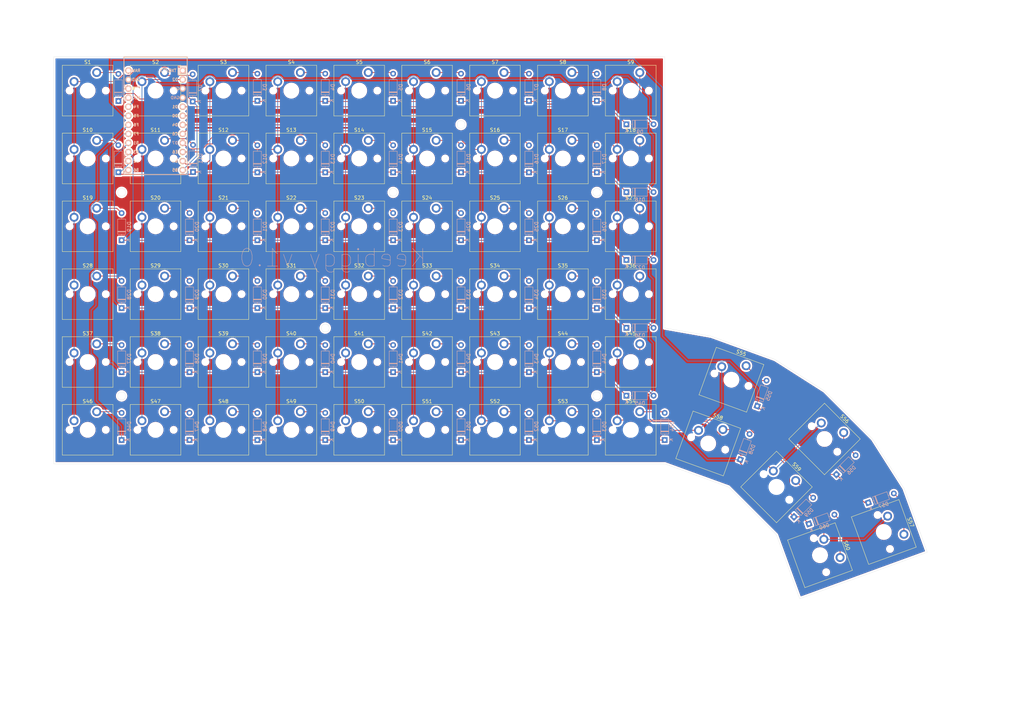
<source format=kicad_pcb>
(kicad_pcb (version 20240108) (generator "pcbnew") (generator_version "8.0")
  (layers (0 "F.Cu" signal) (31 "B.Cu" signal) (34 "B.Paste" user) (35 "F.Paste" user) (36 "B.SilkS" user "B.Silkscreen") (37 "F.SilkS" user "F.Silkscreen") (38 "B.Mask" user) (39 "F.Mask" user) (44 "Edge.Cuts" user))
  (net 0 "")
  (net 1 "/Row1")
  (net 2 "Net-(D1-A)")
  (net 3 "Net-(D2-A)")
  (net 4 "Net-(D3-A)")
  (net 5 "Net-(D4-A)")
  (net 6 "Net-(D5-A)")
  (net 7 "Net-(D6-A)")
  (net 8 "Net-(D7-A)")
  (net 9 "Net-(D8-A)")
  (net 10 "Net-(D9-A)")
  (net 11 "/Row2")
  (net 12 "Net-(D10-A)")
  (net 13 "Net-(D11-A)")
  (net 14 "Net-(D12-A)")
  (net 15 "Net-(D13-A)")
  (net 16 "Net-(D14-A)")
  (net 17 "Net-(D15-A)")
  (net 18 "Net-(D16-A)")
  (net 19 "Net-(D17-A)")
  (net 20 "Net-(D18-A)")
  (net 21 "Net-(D19-A)")
  (net 22 "/Row3")
  (net 23 "Net-(D20-A)")
  (net 24 "Net-(D21-A)")
  (net 25 "Net-(D22-A)")
  (net 26 "Net-(D23-A)")
  (net 27 "Net-(D24-A)")
  (net 28 "Net-(D25-A)")
  (net 29 "Net-(D26-A)")
  (net 30 "Net-(D27-A)")
  (net 31 "Net-(D28-A)")
  (net 32 "/Row4")
  (net 33 "Net-(D29-A)")
  (net 34 "Net-(D30-A)")
  (net 35 "Net-(D31-A)")
  (net 36 "Net-(D32-A)")
  (net 37 "Net-(D33-A)")
  (net 38 "Net-(D34-A)")
  (net 39 "Net-(D35-A)")
  (net 40 "Net-(D36-A)")
  (net 41 "/Row5")
  (net 42 "Net-(D37-A)")
  (net 43 "Net-(D38-A)")
  (net 44 "Net-(D39-A)")
  (net 45 "Net-(D40-A)")
  (net 46 "Net-(D41-A)")
  (net 47 "Net-(D42-A)")
  (net 48 "Net-(D43-A)")
  (net 49 "Net-(D44-A)")
  (net 50 "Net-(D45-A)")
  (net 51 "/Row6")
  (net 52 "Net-(D46-A)")
  (net 53 "Net-(D47-A)")
  (net 54 "Net-(D48-A)")
  (net 55 "Net-(D49-A)")
  (net 56 "Net-(D50-A)")
  (net 57 "Net-(D51-A)")
  (net 58 "Net-(D52-A)")
  (net 59 "Net-(D53-A)")
  (net 60 "Net-(D54-A)")
  (net 61 "/Row7")
  (net 62 "Net-(D55-A)")
  (net 63 "Net-(D56-A)")
  (net 64 "Net-(D57-A)")
  (net 65 "Net-(D58-A)")
  (net 66 "/Row8")
  (net 67 "Net-(D59-A)")
  (net 68 "Net-(D60-A)")
  (net 69 "/Col1")
  (net 70 "/Col2")
  (net 71 "/Col3")
  (net 72 "/Col4")
  (net 73 "/Col5")
  (net 74 "/Col6")
  (net 75 "/Col7")
  (net 76 "/Col8")
  (net 77 "/Col9")
  (net 79 "/GND")
  (footprint "ScottoKeebs_MX:MX_PCB_1.00u" (layer "F.Cu") (at 142.875 47.625)
    (property "Reference" "S16")
    (property "Value" "Keyswitch")
  )
  (footprint "ScottoKeebs_MX:MX_PCB_1.00u" (layer "F.Cu") (at 85.725 85.725)
    (property "Reference" "S31")
    (property "Value" "Keyswitch")
  )
  (footprint "ScottoKeebs_MX:MX_PCB_1.00u" (layer "F.Cu") (at 104.775 123.825)
    (property "Reference" "S50")
    (property "Value" "Keyswitch")
  )
  (footprint "ScottoKeebs_MX:MX_PCB_1.00u" (layer "F.Cu") (at 104.775 85.725)
    (property "Reference" "S32")
    (property "Value" "Keyswitch")
  )
  (footprint "ScottoKeebs_MX:MX_PCB_1.00u" (layer "F.Cu") (at 47.625 123.825)
    (property "Reference" "S47")
    (property "Value" "Keyswitch")
  )
  (footprint "ScottoKeebs_MX:MX_PCB_1.00u" (layer "F.Cu") (at 251.980988 152.513214 -70)
    (property "Reference" "S57")
    (property "Value" "Keyswitch")
  )
  (footprint "ScottoKeebs_MX:MX_PCB_1.00u" (layer "F.Cu") (at 180.975 104.775)
    (property "Reference" "S45")
    (property "Value" "Keyswitch")
  )
  (footprint "ScottoKeebs_MX:MX_PCB_1.00u" (layer "F.Cu") (at 142.875 28.575)
    (property "Reference" "S7")
    (property "Value" "Keyswitch")
  )
  (footprint "ScottoKeebs_MX:MX_PCB_1.00u" (layer "F.Cu") (at 66.675 104.775)
    (property "Reference" "S39")
    (property "Value" "Keyswitch")
  )
  (footprint "ScottoKeebs_MX:MX_PCB_1.00u" (layer "F.Cu") (at 66.675 66.675)
    (property "Reference" "S21")
    (property "Value" "Keyswitch")
  )
  (footprint "ScottoKeebs_MX:MX_PCB_1.00u" (layer "F.Cu") (at 161.925 47.625)
    (property "Reference" "S17")
    (property "Value" "Keyswitch")
  )
  (footprint "ScottoKeebs_MX:MX_PCB_1.00u" (layer "F.Cu") (at 209.223797 109.756025 -20)
    (property "Reference" "S55")
    (property "Value" "Keyswitch")
  )
  (footprint "ScottoKeebs_MX:MX_PCB_1.00u" (layer "F.Cu") (at 66.675 28.575)
    (property "Reference" "S3")
    (property "Value" "Keyswitch")
  )
  (footprint "ScottoKeebs_MX:MX_PCB_1.00u" (layer "F.Cu") (at 161.925 123.825)
    (property "Reference" "S53")
    (property "Value" "Keyswitch")
  )
  (footprint "ScottoKeebs_MX:MX_PCB_1.00u" (layer "F.Cu") (at 28.575 28.575)
    (property "Reference" "S1")
    (property "Value" "Keyswitch")
  )
  (footprint "ScottoKeebs_MX:MX_PCB_1.00u" (layer "F.Cu") (at 234.079844 159.028698 -70)
    (property "Reference" "S60")
    (property "Value" "Keyswitch")
  )
  (footprint "ScottoKeebs_MX:MX_PCB_1.00u" (layer "F.Cu") (at 123.825 85.725)
    (property "Reference" "S33")
    (property "Value" "Keyswitch")
  )
  (footprint "ScottoKeebs_MX:MX_PCB_1.00u" (layer "F.Cu") (at 66.675 123.825)
    (property "Reference" "S48")
    (property "Value" "Keyswitch")
  )
  (footprint "ScottoKeebs_MX:MX_PCB_1.00u" (layer "F.Cu") (at 161.925 85.725)
    (property "Reference" "S35")
    (property "Value" "Keyswitch")
  )
  (footprint "ScottoKeebs_MX:MX_PCB_1.00u" (layer "F.Cu") (at 235.341913 126.395099 -45)
    (property "Reference" "S56")
    (property "Value" "Keyswitch")
  )
  (footprint "ScottoKeebs_MX:MX_PCB_1.00u" (layer "F.Cu") (at 104.775 28.575)
    (property "Reference" "S5")
    (property "Value" "Keyswitch")
  )
  (footprint "ScottoKeebs_MX:MX_PCB_1.00u" (layer "F.Cu") (at 123.825 28.575)
    (property "Reference" "S6")
    (property "Value" "Keyswitch")
  )
  (footprint "ScottoKeebs_MX:MX_PCB_1.00u" (layer "F.Cu") (at 180.975 28.575)
    (property "Reference" "S9")
    (property "Value" "Keyswitch")
  )
  (footprint "ScottoKeebs_MX:MX_PCB_1.00u" (layer "F.Cu") (at 85.725 104.775)
    (property "Reference" "S40")
    (property "Value" "Keyswitch")
  )
  (footprint "ScottoKeebs_MX:MX_PCB_1.00u" (layer "F.Cu") (at 28.575 47.625)
    (property "Reference" "S10")
    (property "Value" "Keyswitch")
  )
  (footprint "ScottoKeebs_MX:MX_PCB_1.00u" (layer "F.Cu") (at 142.875 123.825)
    (property "Reference" "S52")
    (property "Value" "Keyswitch")
  )
  (footprint "ScottoKeebs_MX:MX_PCB_1.00u" (layer "F.Cu") (at 85.725 66.675)
    (property "Reference" "S22")
    (property "Value" "Keyswitch")
  )
  (footprint "ScottoKeebs_MX:MX_PCB_1.00u" (layer "F.Cu") (at 66.675 85.725)
    (property "Reference" "S30")
    (property "Value" "Keyswitch")
  )
  (footprint "ScottoKeebs_MX:MX_PCB_1.00u" (layer "F.Cu") (at 47.625 85.725)
    (property "Reference" "S29")
    (property "Value" "Keyswitch")
  )
  (footprint "ScottoKeebs_MX:MX_PCB_1.00u" (layer "F.Cu") (at 47.625 28.575)
    (property "Reference" "S2")
    (property "Value" "Keyswitch")
  )
  (footprint "ScottoKeebs_MX:MX_PCB_1.00u" (layer "F.Cu") (at 104.775 66.675)
    (property "Reference" "S23")
    (property "Value" "Keyswitch")
  )
  (footprint "ScottoKeebs_MX:MX_PCB_1.00u" (layer "F.Cu") (at 28.575 85.725)
    (property "Reference" "S28")
    (property "Value" "Keyswitch")
  )
  (footprint "ScottoKeebs_MX:MX_PCB_1.00u" (layer "F.Cu") (at 123.825 123.825)
    (property "Reference" "S51")
    (property "Value" "Keyswitch")
  )
  (footprint "ScottoKeebs_MX:MX_PCB_1.00u" (layer "F.Cu") (at 142.875 85.725)
    (property "Reference" "S34")
    (property "Value" "Keyswitch")
  )
  (footprint "ScottoKeebs_MX:MX_PCB_1.00u" (layer "F.Cu") (at 180.975 85.725)
    (property "Reference" "S36")
    (property "Value" "Keyswitch")
  )
  (footprint "ScottoKeebs_MX:MX_PCB_1.00u" (layer "F.Cu") (at 161.925 104.775)
    (property "Reference" "S44")
    (property "Value" "Keyswitch")
  )
  (footprint "ScottoKeebs_MX:MX_PCB_1.00u" (layer "F.Cu") (at 28.575 104.775)
    (property "Reference" "S37")
    (property "Value" "Keyswitch")
  )
  (footprint "ScottoKeebs_MX:MX_PCB_1.00u" (layer "F.Cu") (at 104.775 104.775)
    (property "Reference" "S41")
    (property "Value" "Keyswitch")
  )
  (footprint "ScottoKeebs_MX:MX_PCB_1.00u" (layer "F.Cu") (at 123.825 47.625)
    (property "Reference" "S15")
    (property "Value" "Keyswitch")
  )
  (footprint "ScottoKeebs_MX:MX_PCB_1.00u" (layer "F.Cu") (at 142.875 66.675)
    (property "Reference" "S25")
    (property "Value" "Keyswitch")
  )
  (footprint "ScottoKeebs_MX:MX_PCB_1.00u" (layer "F.Cu") (at 161.925 28.575)
    (property "Reference" "S8")
    (property "Value" "Keyswitch")
  )
  (footprint "ScottoKeebs_MX:MX_PCB_1.00u" (layer "F.Cu") (at 66.675 47.625)
    (property "Reference" "S12")
    (property "Value" "Keyswitch")
  )
  (footprint "ScottoKeebs_MX:MX_PCB_1.00u" (layer "F.Cu") (at 28.575 66.675)
    (property "Reference" "S19")
    (property "Value" "Keyswitch")
  )
  (footprint "ScottoKeebs_MX:MX_PCB_1.00u" (layer "F.Cu") (at 85.725 47.625)
    (property "Reference" "S13")
    (property "Value" "Keyswitch")
  )
  (footprint "ScottoKeebs_MX:MX_PCB_1.00u" (layer "F.Cu") (at 180.975 66.675)
    (property "Reference" "S27")
    (property "Value" "Keyswitch")
  )
  (footprint "ScottoKeebs_MX:MX_PCB_1.00u" (layer "F.Cu") (at 142.875 104.775)
    (property "Reference" "S43")
    (property "Value" "Keyswitch")
  )
  (footprint "ScottoKeebs_MX:MX_PCB_1.00u" (layer "F.Cu") (at 123.825 104.775)
    (property "Reference" "S42")
    (property "Value" "Keyswitch")
  )
  (footprint "ScottoKeebs_MX:MX_PCB_1.00u" (layer "F.Cu") (at 47.625 104.775)
    (property "Reference" "S38")
    (property "Value" "Keyswitch")
  )
  (footprint "ScottoKeebs_MX:MX_PCB_1.00u" (layer "F.Cu") (at 47.625 47.625)
    (property "Reference" "S11")
    (property "Value" "Keyswitch")
  )
  (footprint "ScottoKeebs_MX:MX_PCB_1.00u" (layer "F.Cu") (at 221.871529 139.865483 -45)
    (property "Reference" "S59")
    (property "Value" "Keyswitch")
  )
  (footprint "ScottoKeebs_MX:MX_PCB_1.00u" (layer "F.Cu") (at 47.625 66.675)
    (property "Reference" "S20")
    (property "Value" "Keyswitch")
  )
  (footprint "ScottoKeebs_MX:MX_PCB_1.00u" (layer "F.Cu") (at 123.825 66.675)
    (property "Reference" "S24")
    (property "Value" "Keyswitch")
  )
  (footprint "ScottoKeebs_MX:MX_PCB_1.00u" (layer "F.Cu") (at 85.725 123.825)
    (property "Reference" "S49")
    (property "Value" "Keyswitch")
  )
  (footprint "ScottoKeebs_MX:MX_PCB_1.00u" (layer "F.Cu") (at 85.725 28.575)
    (property "Reference" "S4")
    (property "Value" "Keyswitch")
  )
  (footprint "ScottoKeebs_MX:MX_PCB_1.00u" (layer "F.Cu") (at 180.975 123.825)
    (property "Reference" "S54")
    (property "Value" "Keyswitch")
  )
  (footprint "ScottoKeebs_MX:MX_PCB_1.00u" (layer "F.Cu") (at 104.775 47.625)
    (property "Reference" "S14")
    (property "Value" "Keyswitch")
  )
  (footprint "ScottoKeebs_MX:MX_PCB_1.00u" (layer "F.Cu") (at 180.975 47.625)
    (property "Reference" "S18")
    (property "Value" "Keyswitch")
  )
  (footprint "ScottoKeebs_MX:MX_PCB_1.00u" (layer "F.Cu") (at 28.575 123.825)
    (property "Reference" "S46")
    (property "Value" "Keyswitch")
  )
  (footprint "ScottoKeebs_MX:MX_PCB_1.00u" (layer "F.Cu") (at 161.925 66.675)
    (property "Reference" "S26")
    (property "Value" "Keyswitch")
  )
  (footprint "ScottoKeebs_MX:MX_PCB_1.00u" (layer "F.Cu") (at 202.708314 127.657169 -20)
    (property "Reference" "S58")
    (property "Value" "Keyswitch")
  )
  (footprint "ScottoKeebs_Components:Diode_DO-35" (layer "B.Cu") (at 57.15 107.6325 90)
    (property "Reference" "D38")
    (property "Value" "Diode")
  )
  (footprint "ScottoKeebs_Components:Diode_DO-35" (layer "B.Cu") (at 57.15 89.6325 90)
    (property "Reference" "D29")
    (property "Value" "Diode")
  )
  (footprint "ScottoKeebs_Components:Diode_DO-35" (layer "B.Cu") (at 226.783721 148.263154 45)
    (property "Reference" "D59")
    (property "Value" "Diode")
  )
  (footprint "ScottoKeebs_Components:Diode_DO-35" (layer "B.Cu") (at 179.755 76.125)
    (property "Reference" "D27")
    (property "Value" "Diode")
  )
  (footprint "ScottoKeebs_Components:Diode_DO-35" (layer "B.Cu") (at 171.45 31.4325 90)
    (property "Reference" "D8")
    (property "Value" "Diode")
  )
  (footprint "ScottoKeebs_Components:Diode_DO-35" (layer "B.Cu") (at 133.35 126.6825 90)
    (property "Reference" "D51")
    (property "Value" "Diode")
  )
  (footprint "ScottoKeebs_Components:Diode_DO-35" (layer "B.Cu") (at 37.2 31.495 90)
    (property "Reference" "D1")
    (property "Value" "Diode")
  )
  (footprint "ScottoKeebs_Components:Diode_DO-35" (layer "B.Cu") (at 76.2 70.5825 90)
    (property "Reference" "D21")
    (property "Value" "Diode")
  )
  (footprint "ScottoKeebs_Components:Diode_DO-35" (layer "B.Cu") (at 133.35 89.6325 90)
    (property "Reference" "D33")
    (property "Value" "Diode")
  )
  (footprint "ScottoKeebs_Components:Diode_DO-35" (layer "B.Cu") (at 152.4 31.4325 90)
    (property "Reference" "D7")
    (property "Value" "Diode")
  )
  (footprint "ScottoKeebs_Components:Diode_DO-35" (layer "B.Cu") (at 211.706307 132.176083 70)
    (property "Reference" "D58")
    (property "Value" "Diode")
  )
  (footprint "ScottoKeebs_Components:Diode_DO-35" (layer "B.Cu") (at 247.633292 144.290568 20)
    (property "Reference" "D57")
    (property "Value" "Diode")
  )
  (footprint "ScottoKeebs_Components:Diode_DO-35" (layer "B.Cu") (at 114.3 89.6325 90)
    (property "Reference" "D32")
    (property "Value" "Diode")
  )
  (footprint "ScottoKeebs_Components:Diode_DO-35" (layer "B.Cu") (at 152.4 89.6325 90)
    (property "Reference" "D34")
    (property "Value" "Diode")
  )
  (footprint "ScottoKeebs_Components:Diode_DO-35" (layer "B.Cu") (at 95.25 51.5325 90)
    (property "Reference" "D13")
    (property "Value" "Diode")
  )
  (footprint "ScottoKeebs_Components:Diode_DO-35" (layer "B.Cu") (at 114.3 107.6325 90)
    (property "Reference" "D41")
    (property "Value" "Diode")
  )
  (footprint "ScottoKeebs_Components:Diode_DO-35" (layer "B.Cu") (at 114.3 31.4325 90)
    (property "Reference" "D5")
    (property "Value" "Diode")
  )
  (footprint "ScottoKeebs_Components:Diode_DO-35" (layer "B.Cu") (at 95.25 70.5825 90)
    (property "Reference" "D22")
    (property "Value" "Diode")
  )
  (footprint "ScottoKeebs_Components:Diode_DO-35" (layer "B.Cu") (at 76.2 107.6325 90)
    (property "Reference" "D39")
    (property "Value" "Diode")
  )
  (footprint "ScottoKeebs_Components:Diode_DO-35" (layer "B.Cu") (at 152.4 107.6325 90)
    (property "Reference" "D43")
    (property "Value" "Diode")
  )
  (footprint "ScottoKeebs_Components:Diode_DO-35" (layer "B.Cu") (at 152.4 51.5325 90)
    (property "Reference" "D16")
    (property "Value" "Diode")
  )
  (footprint "ScottoKeebs_Components:Diode_DO-35" (layer "B.Cu") (at 58.15 51.445 90)
    (property "Reference" "D11")
    (property "Value" "Diode")
  )
  (footprint "ScottoKeebs_Components:Diode_DO-35" (layer "B.Cu") (at 37.175 51.495 90)
    (property "Reference" "D10")
    (property "Value" "Diode")
  )
  (footprint "ScottoKeebs_Components:Diode_DO-35" (layer "B.Cu") (at 179.755 95.175)
    (property "Reference" "D36")
    (property "Value" "Diode")
  )
  (footprint "ScottoKeebs_Components:Diode_DO-35" (layer "B.Cu") (at 171.45 126.6825 90)
    (property "Reference" "D53")
    (property "Value" "Diode")
  )
  (footprint "ScottoKeebs_Components:Diode_DO-35" (layer "B.Cu") (at 216.468807 117.1575 70)
    (property "Reference" "D55")
    (property "Value" "Diode")
  )
  (footprint "ScottoKeebs_Components:Diode_DO-35" (layer "B.Cu") (at 171.45 51.5325 90)
    (property "Reference" "D17")
    (property "Value" "Diode")
  )
  (footprint "ScottoKeebs_Components:Diode_DO-35" (layer "B.Cu") (at 38.1 126.6825 90)
    (property "Reference" "D46")
    (property "Value" "Diode")
  )
  (footprint "ScottoKeebs_Components:Diode_DO-35" (layer "B.Cu") (at 171.45 70.5825 90)
    (property "Reference" "D26")
    (property "Value" "Diode")
  )
  (footprint "ScottoKeebs_MCU:Arduino_Pro_Micro" (layer "B.Cu") (at 47.625 36.909375 180)
    (property "Reference" "U1" (hide yes))
    (property "Value" "Arduino_Pro_Micro" (hide yes))
  )
  (footprint "ScottoKeebs_Components:Diode_DO-35" (layer "B.Cu") (at 95.25 126.6825 90)
    (property "Reference" "D49")
    (property "Value" "Diode")
  )
  (footprint "ScottoKeebs_Components:Diode_DO-35" (layer "B.Cu") (at 57.15 126.6825 90)
    (property "Reference" "D47")
    (property "Value" "Diode")
  )
  (footprint "ScottoKeebs_Components:Diode_DO-35" (layer "B.Cu") (at 179.755 57.075)
    (property "Reference" "D18")
    (property "Value" "Diode")
  )
  (footprint "ScottoKeebs_Components:Diode_DO-35" (layer "B.Cu") (at 38.1 107.6325 90)
    (property "Reference" "D37")
    (property "Value" "Diode")
  )
  (footprint "ScottoKeebs_Components:Diode_DO-35" (layer "B.Cu") (at 171.45 89.6325 90)
    (property "Reference" "D35")
    (property "Value" "Diode")
  )
  (footprint "ScottoKeebs_Components:Diode_DO-35" (layer "B.Cu") (at 133.35 107.6325 90)
    (property "Reference" "D42")
    (property "Value" "Diode")
  )
  (footprint "ScottoKeebs_Components:Diode_DO-35" (layer "B.Cu") (at 133.35 31.4325 90)
    (property "Reference" "D6")
    (property "Value" "Diode")
  )
  (footprint "ScottoKeebs_Components:Diode_DO-35" (layer "B.Cu") (at 190.5 126.6825 90)
    (property "Reference" "D54")
    (property "Value" "Diode")
  )
  (footprint "ScottoKeebs_Components:Diode_DO-35" (layer "B.Cu") (at 38.1 89.6325 90)
    (property "Reference" "D28")
    (property "Value" "Diode")
  )
  (footprint "ScottoKeebs_Components:Diode_DO-35" (layer "B.Cu") (at 171.45 107.6325 90)
    (property "Reference" "D44")
    (property "Value" "Diode")
  )
  (footprint "ScottoKeebs_Components:Diode_DO-35" (layer "B.Cu") (at 95.25 107.6325 90)
    (property "Reference" "D40")
    (property "Value" "Diode")
  )
  (footprint "ScottoKeebs_Components:Diode_DO-35" (layer "B.Cu") (at 76.2 51.5325 90)
    (property "Reference" "D12")
    (property "Value" "Diode")
  )
  (footprint "ScottoKeebs_Components:Diode_DO-35" (layer "B.Cu") (at 38.1 70.5825 90)
    (property "Reference" "D19")
    (property "Value" "Diode")
  )
  (footprint "ScottoKeebs_Components:Diode_DO-35" (layer "B.Cu") (at 238.689971 136.356904 45)
    (property "Reference" "D56")
    (property "Value" "Diode")
  )
  (footprint "ScottoKeebs_Components:Diode_DO-35" (layer "B.Cu") (at 179.755 114.225)
    (property "Reference" "D45")
    (property "Value" "Diode")
  )
  (footprint "ScottoKeebs_Components:Diode_DO-35" (layer "B.Cu") (at 230.964542 150.243693 20)
    (property "Reference" "D60")
    (property "Value" "Diode")
  )
  (footprint "ScottoKeebs_Components:Diode_DO-35" (layer "B.Cu") (at 57.15 70.5825 90)
    (property "Reference" "D20")
    (property "Value" "Diode")
  )
  (footprint "ScottoKeebs_Components:Diode_DO-35" (layer "B.Cu") (at 95.25 89.6325 90)
    (property "Reference" "D31")
    (property "Value" "Diode")
  )
  (footprint "ScottoKeebs_Components:Diode_DO-35" (layer "B.Cu") (at 76.2 89.6325 90)
    (property "Reference" "D30")
    (property "Value" "Diode")
  )
  (footprint "ScottoKeebs_Components:Diode_DO-35" (layer "B.Cu") (at 114.3 51.5325 90)
    (property "Reference" "D14")
    (property "Value" "Diode")
  )
  (footprint "ScottoKeebs_Components:Diode_DO-35" (layer "B.Cu") (at 133.35 51.5325 90)
    (property "Reference" "D15")
    (property "Value" "Diode")
  )
  (footprint "ScottoKeebs_Components:Diode_DO-35" (layer "B.Cu") (at 179.755 38.025)
    (property "Reference" "D9")
    (property "Value" "Diode")
  )
  (footprint "ScottoKeebs_Components:Diode_DO-35" (layer "B.Cu") (at 114.3 70.5825 90)
    (property "Reference" "D23")
    (property "Value" "Diode")
  )
  (footprint "ScottoKeebs_Components:Diode_DO-35" (layer "B.Cu") (at 114.3 126.6825 90)
    (property "Reference" "D50")
    (property "Value" "Diode")
  )
  (footprint "ScottoKeebs_Components:Diode_DO-35" (layer "B.Cu") (at 152.4 126.6825 90)
    (property "Reference" "D52")
    (property "Value" "Diode")
  )
  (footprint "ScottoKeebs_Components:Diode_DO-35" (layer "B.Cu") (at 133.35 70.5825 90)
    (property "Reference" "D24")
    (property "Value" "Diode")
  )
  (footprint "ScottoKeebs_Components:Diode_DO-35" (layer "B.Cu") (at 152.4 70.5825 90)
    (property "Reference" "D25")
    (property "Value" "Diode")
  )
  (footprint "ScottoKeebs_Components:Diode_DO-35" (layer "B.Cu") (at 76.2 126.6825 90)
    (property "Reference" "D48")
    (property "Value" "Diode")
  )
  (footprint "ScottoKeebs_Components:Diode_DO-35" (layer "B.Cu") (at 76.2 31.4325 90)
    (property "Reference" "D3")
    (property "Value" "Diode")
  )
  (footprint "ScottoKeebs_Components:Diode_DO-35" (layer "B.Cu") (at 58.05 31.62 90)
    (property "Reference" "D2")
    (property "Value" "Diode")
  )
  (footprint "ScottoKeebs_Components:Diode_DO-35" (layer "B.Cu") (at 95.25 31.4325 90)
    (property "Reference" "D4")
    (property "Value" "Diode")
  )
  (gr_circle (center 38.1 114.3) (end 39.225 114.3) (stroke (width 0.05)) (fill none) (layer "Edge.Cuts"))
  (gr_circle (center 38.1 57.15) (end 39.225 57.15) (stroke (width 0.05)) (fill none) (layer "Edge.Cuts"))
  (gr_circle (center 171.45 114.3) (end 172.575 114.3) (stroke (width 0.05)) (fill none) (layer "Edge.Cuts"))
  (gr_poly (pts (xy 228.387014 171.237012) (xy 264.189302 158.206044) (xy 257.673818 140.3049) (xy 248.8123 126.395098) (xy 235.341915 112.924713) (xy 221.432111 104.063195) (xy 203.530967 97.547711) (xy 190.5 95.25) (xy 190.5 19.05) (xy 19.05 19.05) (xy 19.05 133.35) (xy 190.5 133.35) (xy 208.401145 139.865483) (xy 221.87153 153.335868)) (stroke (width 0.05)) (fill none) (layer "Edge.Cuts"))
  (gr_circle (center 95.25 95.25) (end 96.375 95.25) (stroke (width 0.05)) (fill none) (layer "Edge.Cuts"))
  (gr_circle (center 133.35 38.1) (end 134.475 38.1) (stroke (width 0.05)) (fill none) (layer "Edge.Cuts"))
  (gr_circle (center 114.3 57.15) (end 115.425 57.15) (stroke (width 0.05)) (fill none) (layer "Edge.Cuts"))
  (gr_circle (center 171.45 57.15) (end 172.575 57.15) (stroke (width 0.05)) (fill none) (layer "Edge.Cuts"))
  (gr_text "Keebiggy v1.0" (at 123.825 78.475 0) (layer "B.SilkS") (effects (font (size 5 5) (thickness 0.1)) (justify left bottom mirror)))
  (segment (start 173.35 31.62) (end 179.755 38.025) (width 0.2) (layer "F.Cu") (net 1))
  (segment (start 55.813075 29.383075) (end 58.05 31.62) (width 0.2) (layer "F.Cu") (net 1))
  (segment (start 51.725 30.925) (end 52.85 29.8) (width 0.2) (layer "F.Cu") (net 1))
  (segment (start 52.85 29.8) (end 54.340835 29.8) (width 0.2) (layer "F.Cu") (net 1))
  (segment (start 54.75776 29.383075) (end 55.813075 29.383075) (width 0.2) (layer "F.Cu") (net 1))
  (segment (start 57.934325 31.735675) (end 58.05 31.62) (width 0.2) (layer "F.Cu") (net 1))
  (segment (start 37.2 31.495) (end 37.440675 31.735675) (width 0.2) (layer "F.Cu") (net 1))
  (segment (start 58.05 31.62) (end 173.35 31.62) (width 0.2) (layer "F.Cu") (net 1))
  (segment (start 43.162588 30.925) (end 51.725 30.925) (width 0.2) (layer "F.Cu") (net 1))
  (segment (start 41.620663 29.383075) (end 43.162588 30.925) (width 0.2) (layer "F.Cu") (net 1))
  (segment (start 39.311925 29.383075) (end 41.620663 29.383075) (width 0.2) (layer "F.Cu") (net 1))
  (segment (start 54.340835 29.8) (end 54.75776 29.383075) (width 0.2) (layer "F.Cu") (net 1))
  (segment (start 37.2 31.495) (end 39.311925 29.383075) (width 0.2) (layer "F.Cu") (net 1))
  (segment (start 55.245 50.879375) (end 59.25 46.874375) (width 0.2) (layer "B.Cu") (net 1))
  (segment (start 59.25 32.82) (end 58.05 31.62) (width 0.2) (layer "B.Cu") (net 1))
  (segment (start 59.25 46.874375) (end 59.25 32.82) (width 0.2) (layer "B.Cu") (net 1))
  (segment (start 36.82 23.495) (end 37.2 23.875) (width 0.2) (layer "F.Cu") (net 2))
  (segment (start 31.115 23.495) (end 36.82 23.495) (width 0.2) (layer "F.Cu") (net 2))
  (segment (start 57.746925 24.303075) (end 58.05 24) (width 0.2) (layer "F.Cu") (net 3))
  (segment (start 50.165 23.495) (end 50.973075 24.303075) (width 0.2) (layer "F.Cu") (net 3))
  (segment (start 50.973075 24.303075) (end 57.746925 24.303075) (width 0.2) (layer "F.Cu") (net 3))
  (segment (start 75.8825 23.495) (end 76.2 23.8125) (width 0.2) (layer "F.Cu") (net 4))
  (segment (start 69.215 23.495) (end 75.8825 23.495) (width 0.2) (layer "F.Cu") (net 4))
  (segment (start 88.265 23.495) (end 94.9325 23.495) (width 0.2) (layer "F.Cu") (net 5))
  (segment (start 94.9325 23.495) (end 95.25 23.8125) (width 0.2) (layer "F.Cu") (net 5))
  (segment (start 107.315 23.495) (end 113.9825 23.495) (width 0.2) (layer "F.Cu") (net 6))
  (segment (start 113.9825 23.495) (end 114.3 23.8125) (width 0.2) (layer "F.Cu") (net 6))
  (segment (start 126.365 23.495) (end 133.0325 23.495) (width 0.2) (layer "F.Cu") (net 7))
  (segment (start 133.0325 23.495) (end 133.35 23.8125) (width 0.2) (layer "F.Cu") (net 7))
  (segment (start 145.415 23.495) (end 152.0825 23.495) (width 0.2) (layer "F.Cu") (net 8))
  (segment (start 152.0825 23.495) (end 152.4 23.8125) (width 0.2) (layer "F.Cu") (net 8))
  (segment (start 171.1325 23.495) (end 171.45 23.8125) (width 0.2) (layer "F.Cu") (net 9))
  (segment (start 164.465 23.495) (end 171.1325 23.495) (width 0.2) (layer "F.Cu") (net 9))
  (segment (start 183.515 23.495) (end 183.515 34.165) (width 0.2) (layer "F.Cu") (net 10))
  (segment (start 183.515 34.165) (end 187.375 38.025) (width 0.2) (layer "F.Cu") (net 10))
  (segment (start 37.175 51.495) (end 37.735675 52.055675) (width 0.2) (layer "F.Cu") (net 11))
  (segment (start 174.125 51.445) (end 179.755 57.075) (width 0.2) (layer "F.Cu") (net 11))
  (segment (start 58.15 51.445) (end 174.125 51.445) (width 0.2) (layer "F.Cu") (net 11))
  (segment (start 57.539325 52.055675) (end 58.15 51.445) (width 0.2) (layer "F.Cu") (net 11))
  (segment (start 37.735675 52.055675) (end 57.539325 52.055675) (width 0.2) (layer "F.Cu") (net 11))
  (segment (start 37.725835 51.495) (end 37.175 51.495) (width 0.2) (layer "B.Cu") (net 11))
  (segment (start 40.005 48.339375) (end 40.005 49.215835) (width 0.2) (layer "B.Cu") (net 11))
  (segment (start 40.005 49.215835) (end 37.725835 51.495) (width 0.2) (layer "B.Cu") (net 11))
  (segment (start 35.845 42.545) (end 37.175 43.875) (width 0.2) (layer "F.Cu") (net 12))
  (segment (start 31.115 42.545) (end 35.845 42.545) (width 0.2) (layer "F.Cu") (net 12))
  (segment (start 56.408075 42.083075) (end 58.15 43.825) (width 0.2) (layer "F.Cu") (net 13))
  (segment (start 50.626925 42.083075) (end 56.408075 42.083075) (width 0.2) (layer "F.Cu") (net 13))
  (segment (start 50.165 42.545) (end 50.626925 42.083075) (width 0.2) (layer "F.Cu") (net 13))
  (segment (start 69.215 42.545) (end 74.8325 42.545) (width 0.2) (layer "F.Cu") (net 14))
  (segment (start 74.8325 42.545) (end 76.2 43.9125) (width 0.2) (layer "F.Cu") (net 14))
  (segment (start 93.8825 42.545) (end 95.25 43.9125) (width 0.2) (layer "F.Cu") (net 15))
  (segment (start 88.265 42.545) (end 93.8825 42.545) (width 0.2) (layer "F.Cu") (net 15))
  (segment (start 107.315 42.545) (end 112.9325 42.545) (width 0.2) (layer "F.Cu") (net 16))
  (segment (start 112.9325 42.545) (end 114.3 43.9125) (width 0.2) (layer "F.Cu") (net 16))
  (segment (start 126.365 42.545) (end 131.9825 42.545) (width 0.2) (layer "F.Cu") (net 17))
  (segment (start 131.9825 42.545) (end 133.35 43.9125) (width 0.2) (layer "F.Cu") (net 17))
  (segment (start 145.415 42.545) (end 151.0325 42.545) (width 0.2) (layer "F.Cu") (net 18))
  (segment (start 151.0325 42.545) (end 152.4 43.9125) (width 0.2) (layer "F.Cu") (net 18))
  (segment (start 164.465 42.545) (end 170.0825 42.545) (width 0.2) (layer "F.Cu") (net 19))
  (segment (start 170.0825 42.545) (end 171.45 43.9125) (width 0.2) (layer "F.Cu") (net 19))
  (segment (start 183.515 53.215) (end 187.375 57.075) (width 0.2) (layer "F.Cu") (net 20))
  (segment (start 183.515 42.545) (end 183.515 53.215) (width 0.2) (layer "F.Cu") (net 20))
  (segment (start 36.7325 61.595) (end 38.1 62.9625) (width 0.2) (layer "F.Cu") (net 21))
  (segment (start 31.115 61.595) (end 36.7325 61.595) (width 0.2) (layer "F.Cu") (net 21))
  (segment (start 174.2125 70.5825) (end 179.755 76.125) (width 0.2) (layer "F.Cu") (net 22))
  (segment (start 38.1 70.5825) (end 174.2125 70.5825) (width 0.2) (layer "F.Cu") (net 22))
  (segment (start 41.32 67.3625) (end 38.1 70.5825) (width 0.2) (layer "B.Cu") (net 22))
  (segment (start 41.32 47.114375) (end 41.32 67.3625) (width 0.2) (layer "B.Cu") (net 22))
  (segment (start 40.005 45.799375) (end 41.32 47.114375) (width 0.2) (layer "B.Cu") (net 22))
  (segment (start 55.7825 61.595) (end 57.15 62.9625) (width 0.2) (layer "F.Cu") (net 23))
  (segment (start 50.165 61.595) (end 55.7825 61.595) (width 0.2) (layer "F.Cu") (net 23))
  (segment (start 69.215 61.595) (end 74.8325 61.595) (width 0.2) (layer "F.Cu") (net 24))
  (segment (start 74.8325 61.595) (end 76.2 62.9625) (width 0.2) (layer "F.Cu") (net 24))
  (segment (start 93.8825 61.595) (end 95.25 62.9625) (width 0.2) (layer "F.Cu") (net 25))
  (segment (start 88.265 61.595) (end 93.8825 61.595) (width 0.2) (layer "F.Cu") (net 25))
  (segment (start 112.9325 61.595) (end 114.3 62.9625) (width 0.2) (layer "F.Cu") (net 26))
  (segment (start 107.315 61.595) (end 112.9325 61.595) (width 0.2) (layer "F.Cu") (net 26))
  (segment (start 131.9825 61.595) (end 133.35 62.9625) (width 0.2) (layer "F.Cu") (net 27))
  (segment (start 126.365 61.595) (end 131.9825 61.595) (width 0.2) (layer "F.Cu") (net 27))
  (segment (start 151.0325 61.595) (end 152.4 62.9625) (width 0.2) (layer "F.Cu") (net 28))
  (segment (start 145.415 61.595) (end 151.0325 61.595) (width 0.2) (layer "F.Cu") (net 28))
  (segment (start 164.465 61.595) (end 170.0825 61.595) (width 0.2) (layer "F.Cu") (net 29))
  (segment (start 170.0825 61.595) (end 171.45 62.9625) (width 0.2) (layer "F.Cu") (net 29))
  (segment (start 183.515 61.595) (end 183.515 72.265) (width 0.2) (layer "F.Cu") (net 30))
  (segment (start 183.515 72.265) (end 187.375 76.125) (width 0.2) (layer "F.Cu") (net 30))
  (segment (start 36.7325 80.645) (end 38.1 82.0125) (width 0.2) (layer "F.Cu") (net 31))
  (segment (start 31.115 80.645) (end 36.7325 80.645) (width 0.2) (layer "F.Cu") (net 31))
  (segment (start 38.1 89.6325) (end 174.2125 89.6325) (width 0.2) (layer "F.Cu") (net 32))
  (segment (start 174.2125 89.6325) (end 179.755 95.175) (width 0.2) (layer "F.Cu") (net 32))
  (segment (start 40.005 43.259375) (end 36.075 47.189375) (width 0.2) (layer "B.Cu") (net 32))
  (segment (start 36.075 47.189375) (end 36.075 87.6075) (width 0.2) (layer "B.Cu") (net 32))
  (segment (start 36.075 87.6075) (end 38.1 89.6325) (width 0.2) (layer "B.Cu") (net 32))
  (segment (start 55.7825 80.645) (end 57.15 82.0125) (width 0.2) (layer "F.Cu") (net 33))
  (segment (start 50.165 80.645) (end 55.7825 80.645) (width 0.2) (layer "F.Cu") (net 33))
  (segment (start 74.8325 80.645) (end 76.2 82.0125) (width 0.2) (layer "F.Cu") (net 34))
  (segment (start 69.215 80.645) (end 74.8325 80.645) (width 0.2) (layer "F.Cu") (net 34))
  (segment (start 88.265 80.645) (end 93.8825 80.645) (width 0.2) (layer "F.Cu") (net 35))
  (segment (start 93.8825 80.645) (end 95.25 82.0125) (width 0.2) (layer "F.Cu") (net 35))
  (segment (start 112.9325 80.645) (end 114.3 82.0125) (width 0.2) (layer "F.Cu") (net 36))
  (segment (start 107.315 80.645) (end 112.9325 80.645) (width 0.2) (layer "F.Cu") (net 36))
  (segment (start 126.365 80.645) (end 131.9825 80.645) (width 0.2) (layer "F.Cu") (net 37))
  (segment (start 131.9825 80.645) (end 133.35 82.0125) (width 0.2) (layer "F.Cu") (net 37))
  (segment (start 145.415 80.645) (end 151.0325 80.645) (width 0.2) (layer "F.Cu") (net 38))
  (segment (start 151.0325 80.645) (end 152.4 82.0125) (width 0.2) (layer "F.Cu") (net 38))
  (segment (start 164.465 80.645) (end 170.0825 80.645) (width 0.2) (layer "F.Cu") (net 39))
  (segment (start 170.0825 80.645) (end 171.45 82.0125) (width 0.2) (layer "F.Cu") (net 39))
  (segment (start 183.515 80.645) (end 183.515 91.315) (width 0.2) (layer "F.Cu") (net 40))
  (segment (start 183.515 91.315) (end 187.375 95.175) (width 0.2) (layer "F.Cu") (net 40))
  (segment (start 38.1 107.6325) (end 173.1625 107.6325) (width 0.2) (layer "F.Cu") (net 41))
  (segment (start 173.1625 107.6325) (end 179.755 114.225) (width 0.2) (layer "F.Cu") (net 41))
  (segment (start 40.005 40.719375) (end 38.765725 40.719375) (width 0.2) (layer "B.Cu") (net 41))
  (segment (start 34.88 104.975) (end 35.4425 104.975) (width 0.2) (layer "B.Cu") (net 41))
  (segment (start 35.4425 104.975) (end 38.1 107.6325) (width 0.2) (layer "B.Cu") (net 41))
  (segment (start 38.765725 40.719375) (end 34.88 44.6051) (width 0.2) (layer "B.Cu") (net 41))
  (segment (start 34.88 44.6051) (end 34.88 104.975) (width 0.2) (layer "B.Cu") (net 41))
  (segment (start 37.7825 99.695) (end 38.1 100.0125) (width 0.2) (layer "F.Cu") (net 42))
  (segment (start 31.115 99.695) (end 37.7825 99.695) (width 0.2) (layer "F.Cu") (net 42))
  (segment (start 56.8325 99.695) (end 57.15 100.0125) (width 0.2) (layer "F.Cu") (net 43))
  (segment (start 50.165 99.695) (end 56.8325 99.695) (width 0.2) (layer "F.Cu") (net 43))
  (segment (start 75.8825 99.695) (end 76.2 100.0125) (width 0.2) (layer "F.Cu") (net 44))
  (segment (start 69.215 99.695) (end 75.8825 99.695) (width 0.2) (layer "F.Cu") (net 44))
  (segment (start 94.9325 99.695) (end 95.25 100.0125) (width 0.2) (layer "F.Cu") (net 45))
  (segment (start 88.265 99.695) (end 94.9325 99.695) (width 0.2) (layer "F.Cu") (net 45))
  (segment (start 107.315 99.695) (end 113.9825 99.695) (width 0.2) (layer "F.Cu") (net 46))
  (segment (start 113.9825 99.695) (end 114.3 100.0125) (width 0.2) (layer "F.Cu") (net 46))
  (segment (start 133.0325 99.695) (end 133.35 100.0125) (width 0.2) (layer "F.Cu") (net 47))
  (segment (start 126.365 99.695) (end 133.0325 99.695) (width 0.2) (layer "F.Cu") (net 47))
  (segment (start 145.415 99.695) (end 152.0825 99.695) (width 0.2) (layer "F.Cu") (net 48))
  (segment (start 152.0825 99.695) (end 152.4 100.0125) (width 0.2) (layer "F.Cu") (net 48))
  (segment (start 171.1325 99.695) (end 171.45 100.0125) (width 0.2) (layer "F.Cu") (net 49))
  (segment (start 164.465 99.695) (end 171.1325 99.695) (width 0.2) (layer "F.Cu") (net 49))
  (segment (start 183.515 99.695) (end 183.515 110.365) (width 0.2) (layer "F.Cu") (net 50))
  (segment (start 183.515 110.365) (end 187.375 114.225) (width 0.2) (layer "F.Cu") (net 50))
  (segment (start 38.1 126.6825) (end 190.5 126.6825) (width 0.2) (layer "F.Cu") (net 51))
  (segment (start 40.005 38.179375) (end 31.355 46.829375) (width 0.2) (layer "B.Cu") (net 51))
  (segment (start 29.565 102.44) (end 31.025 103.9) (width 0.2) (layer "B.Cu") (net 51))
  (segment (start 30.925 78.642968) (end 29.55 80.017968) (width 0.2) (layer "B.Cu") (net 51))
  (segment (start 30.925 88.875) (end 29.565 90.235) (width 0.2) (layer "B.Cu") (net 51))
  (segment (start 31.025 115.7) (end 38.1 122.775) (width 0.2) (layer "B.Cu") (net 51))
  (segment (start 29.565 60.952968) (end 29.565 64.341598) (width 0.2) (layer "B.Cu") (net 51))
  (segment (start 31.025 103.9) (end 31.025 115.7) (width 0.2) (layer "B.Cu") (net 51))
  (segment (start 38.1 122.775) (end 38.1 126.6825) (width 0.2) (layer "B.Cu") (net 51))
  (segment (start 30.925 84.751598) (end 30.925 88.875) (width 0.2) (layer "B.Cu") (net 51))
  (segment (start 31.355 59.162968) (end 29.565 60.952968) (width 0.2) (layer "B.Cu") (net 51))
  (segment (start 29.55 83.376598) (end 30.925 84.751598) (width 0.2) (layer "B.Cu") (net 51))
  (segment (start 29.55 80.017968) (end 29.55 83.376598) (width 0.2) (layer "B.Cu") (net 51))
  (segment (start 29.565 90.235) (end 29.565 102.44) (width 0.2) (layer "B.Cu") (net 51))
  (segment (start 31.355 46.829375) (end 31.355 59.162968) (width 0.2) (layer "B.Cu") (net 51))
  (segment (start 29.565 64.341598) (end 30.925 65.701598) (width 0.2) (layer "B.Cu") (net 51))
  (segment (start 30.925 65.701598) (end 30.925 78.642968) (width 0.2) (layer "B.Cu") (net 51))
  (segment (start 37.7825 118.745) (end 38.1 119.0625) (width 0.2) (layer "F.Cu") (net 52))
  (segment (start 31.115 118.745) (end 37.7825 118.745) (width 0.2) (layer "F.Cu") (net 52))
  (segment (start 56.8325 118.745) (end 57.15 119.0625) (width 0.2) (layer "F.Cu") (net 53))
  (segment (start 50.165 118.745) (end 56.8325 118.745) (width 0.2) (layer "F.Cu") (net 53))
  (segment (start 69.215 118.745) (end 75.8825 118.745) (width 0.2) (layer "F.Cu") (net 54))
  (segment (start 75.8825 118.745) (end 76.2 119.0625) (width 0.2) (layer "F.Cu") (net 54))
  (segment (start 88.265 118.745) (end 94.9325 118.745) (width 0.2) (layer "F.Cu") (net 55))
  (segment (start 94.9325 118.745) (end 95.25 119.0625) (width 0.2) (layer "F.Cu") (net 55))
  (segment (start 107.315 118.745) (end 113.9825 118.745) (width 0.2) (layer "F.Cu") (net 56))
  (segment (start 113.9825 118.745) (end 114.3 119.0625) (width 0.2) (layer "F.Cu") (net 56))
  (segment (start 126.365 118.745) (end 133.0325 118.745) (width 0.2) (layer "F.Cu") (net 57))
  (segment (start 133.0325 118.745) (end 133.35 119.0625) (width 0.2) (layer "F.Cu") (net 57))
  (segment (start 145.415 118.745) (end 152.0825 118.745) (width 0.2) (layer "F.Cu") (net 58))
  (segment (start 152.0825 118.745) (end 152.4 119.0625) (width 0.2) (layer "F.Cu") (net 58))
  (segment (start 171.1325 118.745) (end 171.45 119.0625) (width 0.2) (layer "F.Cu") (net 59))
  (segment (start 164.465 118.745) (end 171.1325 118.745) (width 0.2) (layer "F.Cu") (net 59))
  (segment (start 183.515 118.745) (end 190.1825 118.745) (width 0.2) (layer "F.Cu") (net 60))
  (segment (start 190.1825 118.745) (end 190.5 119.0625) (width 0.2) (layer "F.Cu") (net 60))
  (segment (start 216.468807 117.1575) (end 235.668211 136.356904) (width 0.2) (layer "F.Cu") (net 61))
  (segment (start 246.623635 144.290568) (end 247.633292 144.290568) (width 0.2) (layer "F.Cu") (net 61))
  (segment (start 238.689971 136.356904) (end 246.623635 144.290568) (width 0.2) (layer "F.Cu") (net 61))
  (segment (start 235.668211 136.356904) (end 238.689971 136.356904) (width 0.2) (layer "F.Cu") (net 61))
  (segment (start 208.752469 104.516109) (end 216.468807 112.232447) (width 0.2) (layer "B.Cu") (net 61))
  (segment (start 216.468807 112.232447) (end 216.468807 117.1575) (width 0.2) (layer "B.Cu") (net 61))
  (segment (start 38.986963 35.639375) (end 35.1 31.752412) (width 0.2) (layer "B.Cu") (net 61))
  (segment (start 189.9 27.687968) (end 189.9 97.525) (width 0.2) (layer "B.Cu") (net 61))
  (segment (start 181.862032 19.65) (end 189.9 27.687968) (width 0.2) (layer "B.Cu") (net 61))
  (segment (start 196.891109 104.516109) (end 208.752469 104.516109) (width 0.2) (layer "B.Cu") (net 61))
  (segment (start 35.1 19.65) (end 181.862032 19.65) (width 0.2) (layer "B.Cu") (net 61))
  (segment (start 189.9 97.525) (end 196.891109 104.516109) (width 0.2) (layer "B.Cu") (net 61))
  (segment (start 40.005 35.639375) (end 38.986963 35.639375) (width 0.2) (layer "B.Cu") (net 61))
  (segment (start 35.1 31.752412) (end 35.1 19.65) (width 0.2) (layer "B.Cu") (net 61))
  (segment (start 213.348079 105.851118) (end 217.494003 109.997042) (width 0.2) (layer "F.Cu") (net 62))
  (segment (start 217.494003 109.997042) (end 219.075001 109.997042) (width 0.2) (layer "F.Cu") (net 62))
  (segment (start 240.730069 127.620694) (end 244.078125 130.96875) (width 0.2) (layer "F.Cu") (net 63))
  (segment (start 240.730069 124.599047) (end 240.730069 127.620694) (width 0.2) (layer "F.Cu") (net 63))
  (segment (start 257.623358 144.513982) (end 254.79375 141.684374) (width 0.2) (layer "F.Cu") (net 64))
  (segment (start 257.623358 153.162571) (end 257.623358 144.513982) (width 0.2) (layer "F.Cu") (net 64))
  (segment (start 213.049138 123.752262) (end 214.312501 125.015625) (width 0.2) (layer "F.Cu") (net 65))
  (segment (start 206.832595 123.752262) (end 213.049138 123.752262) (width 0.2) (layer "F.Cu") (net 65))
  (segment (start 226.783721 148.263154) (end 211.706307 133.18574) (width 0.2) (layer "F.Cu") (net 66))
  (segment (start 226.783721 148.263154) (end 228.984003 148.263154) (width 0.2) (layer "F.Cu") (net 66))
  (segment (start 228.984003 148.263154) (end 230.964542 150.243693) (width 0.2) (layer "F.Cu") (net 66))
  (segment (start 211.706307 133.18574) (end 211.706307 132.176083) (width 0.2) (layer "F.Cu") (net 66))
  (segment (start 119.372968 24.485) (end 120.657032 24.485) (width 0.2) (layer "B.Cu") (net 66))
  (segment (start 186.275 94.55) (end 186.275 98.425) (width 0.2) (layer "B.Cu") (net 66))
  (segment (start 121.565 25.392968) (end 137.515 25.392968) (width 0.2) (layer "B.Cu") (net 66))
  (segment (start 49.098402 26.725) (end 59.982968 26.725) (width 0.2) (layer "B.Cu") (net 66))
  (segment (start 64.415 25.392968) (end 80.365 25.392968) (width 0.2) (layer "B.Cu") (net 66))
  (segment (start 41.32 26.337968) (end 43.172968 24.485) (width 0.2) (layer "B.Cu") (net 66))
  (segment (start 59.982968 26.725) (end 62.222968 24.485) (width 0.2) (layer "B.Cu") (net 66))
  (segment (start 187.25 121.625) (end 191.907558 121.625) (width 0.2) (layer "B.Cu") (net 66))
  (segment (start 83.465 25.392968) (end 99.415 25.392968) (width 0.2) (layer "B.Cu") (net 66))
  (segment (start 186.275 98.425) (end 187.325 99.475) (width 0.2) (layer "B.Cu") (net 66))
  (segment (start 187.28 81.505) (end 187.28 93.545) (width 0.2) (layer "B.Cu") (net 66))
  (segment (start 81.272968 24.485) (end 82.557032 24.485) (width 0.2) (layer "B.Cu") (net 66))
  (segment (start 191.907558 121.625) (end 202.458641 132.176083) (width 0.2) (layer "B.Cu") (net 66))
  (segment (start 186.275 65.162588) (end 187.325 66.212588) (width 0.2) (layer "B.Cu") (net 66))
  (segment (start 186.275 80.5) (end 187.28 81.505) (width 0.2) (layer "B.Cu") (net 66))
  (segment (start 161.158402 24.485) (end 163.350434 26.677032) (width 0.2) (layer "B.Cu") (net 66))
  (segment (start 101.607032 24.485) (end 102.515 25.392968) (width 0.2) (layer "B.Cu") (net 66))
  (segment (start 187.28 54.395) (end 186.275 55.4) (width 0.2) (layer "B.Cu") (net 66))
  (segment (start 180.232588 24.485) (end 186.275 30.527412) (width 0.2) (layer "B.Cu") (net 66))
  (segment (start 41.32 31.784375) (end 41.32 26.337968) (width 0.2) (layer "B.Cu") (net 66))
  (segment (start 63.507032 24.485) (end 64.415 25.392968) (width 0.2) (layer "B.Cu") (net 66))
  (segment (start 137.515 25.392968) (end 138.422968 24.485) (width 0.2) (layer "B.Cu") (net 66))
  (segment (start 186.275 113.769365) (end 186.275 120.65) (width 0.2) (layer "B.Cu") (net 66))
  (segment (start 186.275 75.669365) (end 186.275 80.5) (width 0.2) (layer "B.Cu") (net 66))
  (segment (start 186.275 40.15) (end 187.28 41.155) (width 0.2) (layer "B.Cu") (net 66))
  (segment (start 187.325 74.619365) (end 186.275 75.669365) (width 0.2) (layer "B.Cu") (net 66))
  (segment (start 82.557032 24.485) (end 83.465 25.392968) (width 0.2) (layer "B.Cu") (net 66))
  (segment (start 100.322968 24.485) (end 101.607032 24.485) (width 0.2) (layer "B.Cu") (net 66))
  (segment (start 187.28 41.155) (end 187.28 54.395) (width 0.2) (layer "B.Cu") (net 66))
  (segment (start 174.330936 26.677032) (end 176.522968 24.485) (width 0.2) (layer "B.Cu") (net 66))
  (segment (start 40.005 33.099375) (end 41.32 31.784375) (width 0.2) (layer "B.Cu") (net 66))
  (segment (start 186.275 120.65) (end 187.25 121.625) (width 0.2) (layer "B.Cu") (net 66))
  (segment (start 176.522968 24.485) (end 180.232588 24.485) (width 0.2) (layer "B.Cu") (net 66))
  (segment (start 186.275 55.4) (end 186.275 65.162588) (width 0.2) (layer "B.Cu") (net 66))
  (segment (start 186.275 30.527412) (end 186.275 40.15) (width 0.2) (layer "B.Cu") (net 66))
  (segment (start 46.858402 24.485) (end 49.098402 26.725) (width 0.2) (layer "B.Cu") (net 66))
  (segment (start 62.222968 24.485) (end 63.507032 24.485) (width 0.2) (layer "B.Cu") (net 66))
  (segment (start 163.350434 26.677032) (end 174.330936 26.677032) (width 0.2) (layer "B.Cu") (net 66))
  (segment (start 139.707032 24.485) (end 140.615 25.392968) (width 0.2) (layer "B.Cu") (net 66))
  (segment (start 138.422968 24.485) (end 139.707032 24.485) (width 0.2) (layer "B.Cu") (net 66))
  (segment (start 187.325 99.475) (end 187.325 112.719365) (width 0.2) (layer "B.Cu") (net 66))
  (segment (start 202.458641 132.176083) (end 211.706307 132.176083) (width 0.2) (layer "B.Cu") (net 66))
  (segment (start 102.515 25.392968) (end 118.465 25.392968) (width 0.2) (layer "B.Cu") (net 66))
  (segment (start 187.28 93.545) (end 186.275 94.55) (width 0.2) (layer "B.Cu") (net 66))
  (segment (start 140.615 25.392968) (end 156.565 25.392968) (width 0.2) (layer "B.Cu") (net 66))
  (segment (start 120.657032 24.485) (end 121.565 25.392968) (width 0.2) (layer "B.Cu") (net 66))
  (segment (start 187.325 66.212588) (end 187.325 74.619365) (width 0.2) (layer "B.Cu") (net 66))
  (segment (start 157.472968 24.485) (end 161.158402 24.485) (width 0.2) (layer "B.Cu") (net 66))
  (segment (start 156.565 25.392968) (end 157.472968 24.485) (width 0.2) (layer "B.Cu") (net 66))
  (segment (start 118.465 25.392968) (end 119.372968 24.485) (width 0.2) (layer "B.Cu") (net 66))
  (segment (start 187.325 112.719365) (end 186.275 113.769365) (width 0.2) (layer "B.Cu") (net 66))
  (segment (start 43.172968 24.485) (end 46.858402 24.485) (width 0.2) (layer "B.Cu") (net 66))
  (segment (start 80.365 25.392968) (end 81.272968 24.485) (width 0.2) (layer "B.Cu") (net 66))
  (segment (start 99.415 25.392968) (end 100.322968 24.485) (width 0.2) (layer "B.Cu") (net 66))
  (segment (start 232.065252 142.875) (end 232.171875 142.875) (width 0.2) (layer "F.Cu") (net 67))
  (segment (start 227.259684 138.069432) (end 232.065252 142.875) (width 0.2) (layer "F.Cu") (net 67))
  (segment (start 239.722214 159.678055) (end 239.722214 149.234713) (width 0.2) (layer "F.Cu") (net 68))
  (segment (start 239.722214 149.234713) (end 238.125 147.637499) (width 0.2) (layer "F.Cu") (net 68))
  (segment (start 42.662915 21.945) (end 40.357915 24.25) (width 0.2) (layer "F.Cu") (net 69))
  (segment (start 54.250625 21.945) (end 42.662915 21.945) (width 0.2) (layer "F.Cu") (net 69))
  (segment (start 55.245 22.939375) (end 54.250625 21.945) (width 0.2) (layer "F.Cu") (net 69))
  (segment (start 38.380635 24.25) (end 36.595635 26.035) (width 0.2) (layer "F.Cu") (net 69))
  (segment (start 36.595635 26.035) (end 24.765 26.035) (width 0.2) (layer "F.Cu") (net 69))
  (segment (start 40.357915 24.25) (end 38.380635 24.25) (width 0.2) (layer "F.Cu") (net 69))
  (segment (start 24.765 26.035) (end 24.765 121.285) (width 0.2) (layer "B.Cu") (net 69))
  (segment (start 44.370625 25.479375) (end 43.815 26.035) (width 0.2) (layer "F.Cu") (net 70))
  (segment (start 55.245 25.479375) (end 44.370625 25.479375) (width 0.2) (layer "F.Cu") (net 70))
  (segment (start 43.815 26.035) (end 43.815 121.285) (width 0.2) (layer "B.Cu") (net 70))
  (segment (start 61.736737 49.215675) (end 62.865 48.087412) (width 0.2) (layer "F.Cu") (net 71))
  (segment (start 56.1213 49.215675) (end 61.736737 49.215675) (width 0.2) (layer "F.Cu") (net 71))
  (segment (start 55.245 48.339375) (end 56.1213 49.215675) (width 0.2) (layer "F.Cu") (net 71))
  (segment (start 62.865 48.087412) (end 62.865 45.085) (width 0.2) (layer "F.Cu") (net 71))
  (segment (start 62.865 26.035) (end 62.865 121.285) (width 0.2) (layer "B.Cu") (net 71))
  (segment (start 67.785 43.535) (end 69.335 45.085) (width 0.2) (layer "F.Cu") (net 72))
  (segment (start 59.958593 45.799375) (end 62.222968 43.535) (width 0.2) (layer "F.Cu") (net 72))
  (segment (start 69.335 45.085) (end 81.915 45.085) (width 0.2) (layer "F.Cu") (net 72))
  (segment (start 62.222968 43.535) (end 67.785 43.535) (width 0.2) (layer "F.Cu") (net 72))
  (segment (start 55.245 45.799375) (end 59.958593 45.799375) (width 0.2) (layer "F.Cu") (net 72))
  (segment (start 81.915 26.035) (end 81.915 121.285) (width 0.2) (layer "B.Cu") (net 72))
  (segment (start 56.910625 44.925) (end 60.267282 44.925) (width 0.2) (layer "F.Cu") (net 73))
  (segment (start 64.197282 40.995) (end 96.875 40.995) (width 0.2) (layer "F.Cu") (net 73))
  (segment (start 96.875 40.995) (end 100.965 45.085) (width 0.2) (layer "F.Cu") (net 73))
  (segment (start 55.245 43.259375) (end 56.910625 44.925) (width 0.2) (layer "F.Cu") (net 73))
  (segment (start 60.267282 44.925) (end 64.197282 40.995) (width 0.2) (layer "F.Cu") (net 73))
  (segment (start 100.965 26.035) (end 100.965 121.285) (width 0.2) (layer "B.Cu") (net 73))
  (segment (start 56.1213 39.843075) (end 114.773075 39.843075) (width 0.2) (layer "F.Cu") (net 74))
  (segment (start 114.773075 39.843075) (end 120.015 45.085) (width 0.2) (layer "F.Cu") (net 74))
  (segment (start 55.245 40.719375) (end 56.1213 39.843075) (width 0.2) (layer "F.Cu") (net 74))
  (segment (start 120.015 26.035) (end 120.015 121.285) (width 0.2) (layer "B.Cu") (net 74))
  (segment (start 169.6825 126.25) (end 170.35 125.5825) (width 0.2) (layer "F.Cu") (net 75))
  (segment (start 179.125 125.5825) (end 179.7425 126.2) (width 0.2) (layer "F.Cu") (net 75))
  (segment (start 139.065 121.285) (end 152.572588 121.285) (width 0.2) (layer "F.Cu") (net 75))
  (segment (start 129.17251 38.179375) (end 136.078135 45.085) (width 0.2) (layer "F.Cu") (net 75))
  (segment (start 179.7425 126.2) (end 188.7825 126.2) (width 0.2) (layer "F.Cu") (net 75))
  (segment (start 157.537588 126.25) (end 169.6825 126.25) (width 0.2) (layer "F.Cu") (net 75))
  (segment (start 188.7825 126.2) (end 191.015247 123.967253) (width 0.2) (layer "F.Cu") (net 75))
  (segment (start 55.245 38.179375) (end 129.17251 38.179375) (width 0.2) (layer "F.Cu") (net 75))
  (segment (start 136.078135 45.085) (end 139.065 45.085) (width 0.2) (layer "F.Cu") (net 75))
  (segment (start 152.572588 121.285) (end 157.537588 126.25) (width 0.2) (layer "F.Cu") (net 75))
  (segment (start 191.015247 123.967253) (end 199.996817 123.967253) (width 0.2) (layer "F.Cu") (net 75))
  (segment (start 170.35 125.5825) (end 179.125 125.5825) (width 0.2) (layer "F.Cu") (net 75))
  (segment (start 206.512299 106.066109) (end 206.512299 117.451771) (width 0.2) (layer "B.Cu") (net 75))
  (segment (start 139.065 26.035) (end 139.065 121.285) (width 0.2) (layer "B.Cu") (net 75))
  (segment (start 206.512299 117.451771) (end 199.996817 123.967253) (width 0.2) (layer "B.Cu") (net 75))
  (segment (start 176.364897 125.111701) (end 180.001598 121.475) (width 0.2) (layer "F.Cu") (net 76))
  (segment (start 170.113516 125.111701) (end 176.364897 125.111701) (width 0.2) (layer "F.Cu") (net 76))
  (segment (start 55.245 35.639375) (end 148.669375 35.639375) (width 0.2) (layer "F.Cu") (net 76))
  (segment (start 148.669375 35.639375) (end 158.115 45.085) (width 0.2) (layer "F.Cu") (net 76))
  (segment (start 211.875 131.025) (end 216.62315 131.025) (width 0.2) (layer "F.Cu") (net 76))
  (segment (start 180.001598 121.475) (end 202.325 121.475) (width 0.2) (layer "F.Cu") (net 76))
  (segment (start 158.115 121.285) (end 166.286815 121.285) (width 0.2) (layer "F.Cu") (net 76))
  (segment (start 166.286815 121.285) (end 170.113516 125.111701) (width 0.2) (layer "F.Cu") (net 76))
  (segment (start 216.62315 131.025) (end 220.973505 135.375355) (width 0.2) (layer "F.Cu") (net 76))
  (segment (start 202.325 121.475) (end 211.875 131.025) (width 0.2) (layer "F.Cu") (net 76))
  (segment (start 234.44389 121.90497) (end 220.973505 135.375355) (width 0.2) (layer "B.Cu") (net 76))
  (segment (start 158.115 26.035) (end 158.115 121.285) (width 0.2) (layer "B.Cu") (net 76))
  (segment (start 235.163567 151.425108) (end 235.163567 154.579738) (width 0.2) (layer "F.Cu") (net 77))
  (segment (start 225.575 134.722489) (end 225.575 141.836541) (width 0.2) (layer "F.Cu") (net 77))
  (segment (start 211.927511 121.075) (end 225.575 134.722489) (width 0.2) (layer "F.Cu") (net 77))
  (segment (start 177.375 121.075) (end 211.927511 121.075) (width 0.2) (layer "F.Cu") (net 77))
  (segment (start 225.575 141.836541) (end 235.163567 151.425108) (width 0.2) (layer "F.Cu") (net 77))
  (segment (start 55.245 33.099375) (end 165.179375 33.099375) (width 0.2) (layer "F.Cu") (net 77))
  (segment (start 165.179375 33.099375) (end 177.165 45.085) (width 0.2) (layer "F.Cu") (net 77))
  (segment (start 177.165 121.285) (end 177.375 121.075) (width 0.2) (layer "F.Cu") (net 77))
  (segment (start 246.549226 154.579738) (end 235.163567 154.579738) (width 0.2) (layer "B.Cu") (net 77))
  (segment (start 177.165 26.035) (end 177.165 121.285) (width 0.2) (layer "B.Cu") (net 77))
  (segment (start 253.06471 148.064254) (end 246.549226 154.579738) (width 0.2) (layer "B.Cu") (net 77))
  (zone (net 79) (net_name "/GND") (layers "F&B.Cu") (connect_pads yes (clearance 0.5)) (min_thickness 0.25) (fill yes (thermal_gap 0.5) (thermal_bridge_width 0.5))
    (polygon (pts (xy 7 7.375) (xy 3.975 204.725) (xy 291.35 205.625) (xy 290.425 3.125)))
  )
)
</source>
